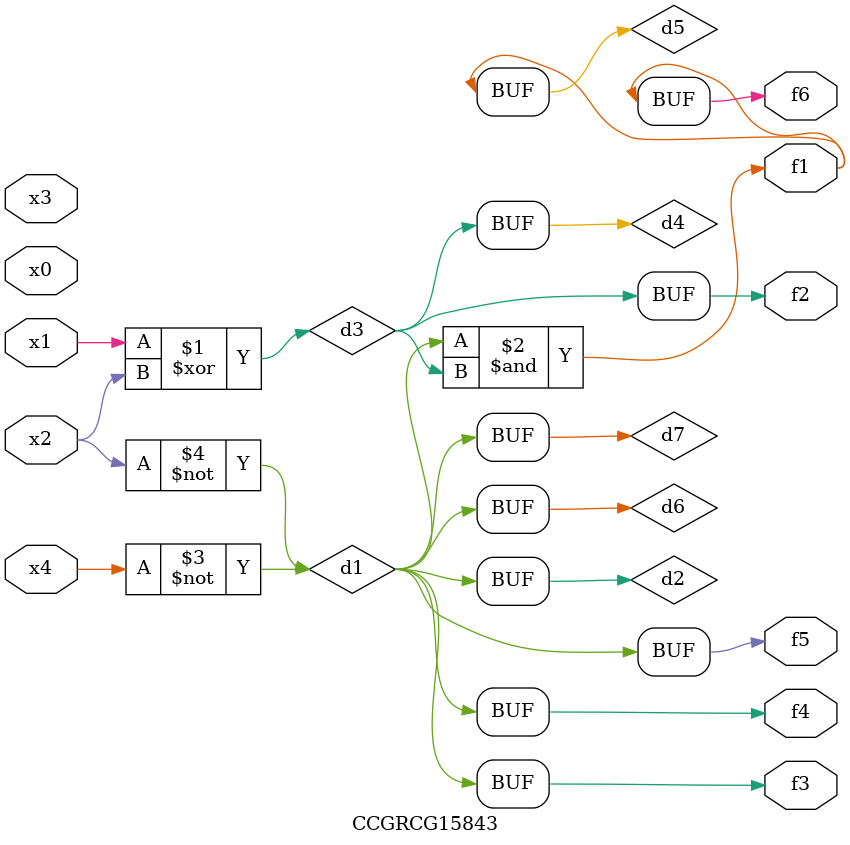
<source format=v>
module CCGRCG15843(
	input x0, x1, x2, x3, x4,
	output f1, f2, f3, f4, f5, f6
);

	wire d1, d2, d3, d4, d5, d6, d7;

	not (d1, x4);
	not (d2, x2);
	xor (d3, x1, x2);
	buf (d4, d3);
	and (d5, d1, d3);
	buf (d6, d1, d2);
	buf (d7, d2);
	assign f1 = d5;
	assign f2 = d4;
	assign f3 = d7;
	assign f4 = d7;
	assign f5 = d7;
	assign f6 = d5;
endmodule

</source>
